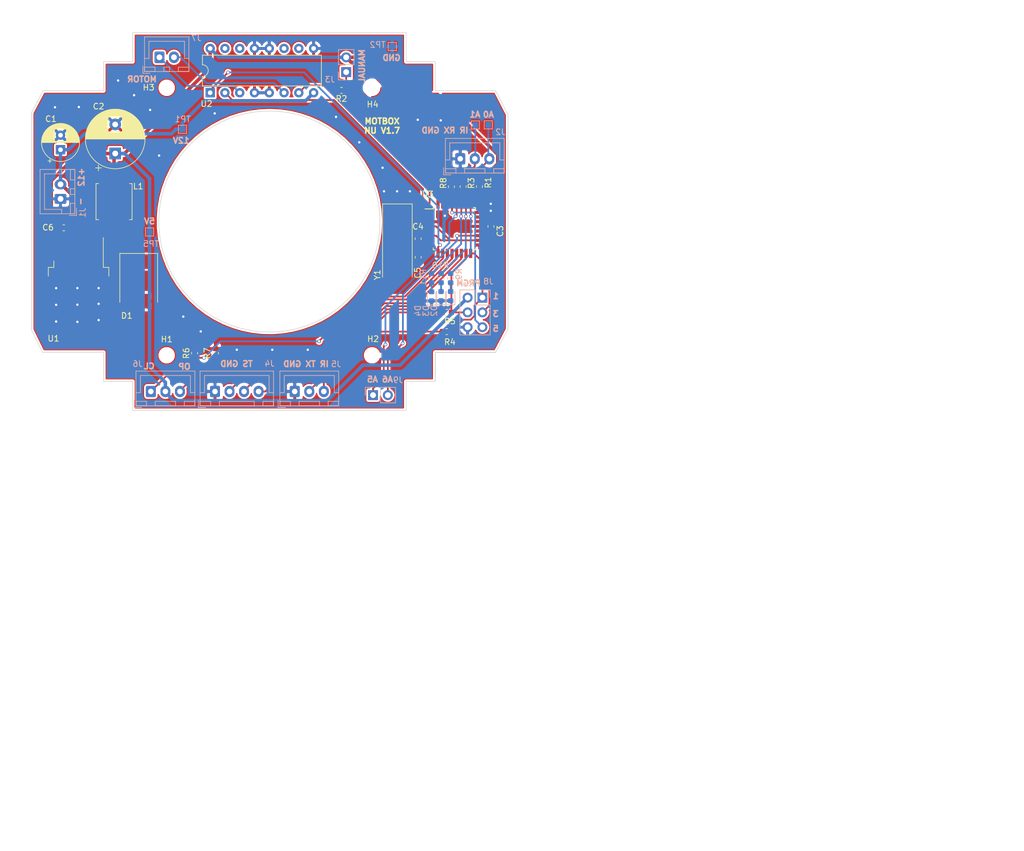
<source format=kicad_pcb>
(kicad_pcb (version 20171130) (host pcbnew 5.0.2-bee76a0~70~ubuntu18.04.1)
  (title_block (date "jeu. 02 avril 2015"))
  (layers (0 F.Cu signal) (31 B.Cu signal) (34 B.Paste user) (35 F.Paste user) (36 B.SilkS user) (37 F.SilkS user) (38 B.Mask user) (39 F.Mask user) (44 Edge.Cuts user))
  (net 0 "")
  (net 1 GND)
  (net 2 /2)
  (net 3 /4)
  (net 4 /7)
  (net 5 /8)
  (net 6 +5V)
  (net 7 +12V)
  (net 8 "Net-(D1-Pad1)")
  (net 9 /6)
  (net 10 /3)
  (net 11 "Net-(J7-Pad2)")
  (net 12 "Net-(J7-Pad1)")
  (net 13 /10)
  (net 14 /11)
  (net 15 /12)
  (net 16 /5)
  (net 17 "Net-(C3-Pad1)")
  (net 18 "Net-(C4-Pad2)")
  (net 19 "Net-(C5-Pad2)")
  (net 20 "Net-(D3-Pad2)")
  (net 21 "Net-(D4-Pad2)")
  (net 22 /A0)
  (net 23 "Net-(D2-Pad2)")
  (net 24 /A1)
  (net 25 /9)
  (net 26 "Net-(J5-Pad2)")
  (net 27 "Net-(J5-Pad3)")
  (net 28 /SCK)
  (net 29 /RESET)
  (net 30 /A6)
  (net 31 /A5)
  (net 32 /A2)
  (net 33 /A3)
  (net 34 /A4)
  (module TestPoint:TestPoint_Pad_1.0x1.0mm (layer B.Cu) (at 174.3 48.8)
    (fp_text reference TP4 hide)
    (fp_text value TestPoint)
    (pad 1 smd rect (at 0 0) (size 1 1) (layers B.Cu B.Mask) (net 24 /A1))
  )
  (module Resistor_SMD:R_0603_1608Metric (layer F.Cu) (at 151.2875 42.85 180)
    (fp_text reference R2 (at 0 -1.43 180) (layer F.SilkS))
    (fp_text value 100K)
    (pad 1 smd roundrect (at -0.7875 0 180) (size 0.875 0.95) (layers F.Cu F.Paste F.Mask) (net 2 /2))
    (pad 2 smd roundrect (at 0.7875 0 180) (size 0.875 0.95) (layers F.Cu F.Paste F.Mask) (net 1 GND))
  )
  (module Resistor_SMD:R_0603_1608Metric (layer F.Cu) (at 175 59.3875 270)
    (fp_text reference R1 (at -0.6875 -1.5 90) (layer F.SilkS))
    (fp_text value 60K)
    (pad 1 smd roundrect (at -0.7875 0 270) (size 0.875 0.95) (layers F.Cu F.Paste F.Mask) (net 6 +5V))
    (pad 2 smd roundrect (at 0.7875 0 270) (size 0.875 0.95) (layers F.Cu F.Paste F.Mask) (net 22 /A0))
  )
  (module Resistor_SMD:R_0603_1608Metric (layer F.Cu) (at 172.2 59.3875 270)
    (fp_text reference R3 (at -0.5875 -1.4 270) (layer F.SilkS))
    (fp_text value 60K)
    (pad 2 smd roundrect (at 0.7875 0 270) (size 0.875 0.95) (layers F.Cu F.Paste F.Mask) (net 24 /A1))
    (pad 1 smd roundrect (at -0.7875 0 270) (size 0.875 0.95) (layers F.Cu F.Paste F.Mask) (net 6 +5V))
  )
  (module Resistor_SMD:R_0603_1608Metric (layer F.Cu) (at 169.3925 84.328 180)
    (fp_text reference R4 (at -0.5335 -1.778 180) (layer F.SilkS))
    (fp_text value 150E)
    (pad 1 smd roundrect (at -0.7875 0 180) (size 0.875 0.95) (layers F.Cu F.Paste F.Mask) (net 15 /12))
    (pad 2 smd roundrect (at 0.7875 0 180) (size 0.875 0.95) (layers F.Cu F.Paste F.Mask) (net 27 "Net-(J5-Pad3)"))
  )
  (module Connector_JST:JST_XH_B03B-XH-A_1x03_P2.50mm_Vertical (layer B.Cu) (at 171.704 54.61)
    (fp_text reference J2 (at 6.9 -4.6) (layer B.SilkS) (effects (justify mirror)))
    (fp_text value JST_XH_3pin)
    (pad 3 thru_hole oval (at 5 0) (size 1.7 1.95) (drill 0.95) (layers *.Cu *.Mask) (net 22 /A0))
    (pad 2 thru_hole oval (at 2.5 0) (size 1.7 1.95) (drill 0.95) (layers *.Cu *.Mask) (net 24 /A1))
    (pad 1 thru_hole roundrect (at 0 0) (size 1.7 1.95) (drill 0.95) (layers *.Cu *.Mask) (roundrect_rratio 0.147059) (net 1 GND))
  )
  (module Package_QFP:TQFP-32_7x7mm_P0.8mm (layer F.Cu) (at 170.69 66.63)
    (fp_text reference U3 (at -4.574 -5.924) (layer F.SilkS))
    (fp_text value ATmega328P-AU)
    (pad 32 smd rect (at -2.8 -4.25 90) (size 1.6 0.55) (layers F.Cu F.Paste F.Mask) (net 2 /2))
    (pad 31 smd rect (at -2 -4.25 90) (size 1.6 0.55) (layers F.Cu F.Paste F.Mask))
    (pad 30 smd rect (at -1.2 -4.25 90) (size 1.6 0.55) (layers F.Cu F.Paste F.Mask))
    (pad 29 smd rect (at -0.4 -4.25 90) (size 1.6 0.55) (layers F.Cu F.Paste F.Mask) (net 29 /RESET))
    (pad 28 smd rect (at 0.4 -4.25 90) (size 1.6 0.55) (layers F.Cu F.Paste F.Mask) (net 31 /A5))
    (pad 27 smd rect (at 1.2 -4.25 90) (size 1.6 0.55) (layers F.Cu F.Paste F.Mask) (net 34 /A4))
    (pad 26 smd rect (at 2 -4.25 90) (size 1.6 0.55) (layers F.Cu F.Paste F.Mask) (net 33 /A3))
    (pad 25 smd rect (at 2.8 -4.25 90) (size 1.6 0.55) (layers F.Cu F.Paste F.Mask) (net 32 /A2))
    (pad 24 smd rect (at 4.25 -2.8) (size 1.6 0.55) (layers F.Cu F.Paste F.Mask) (net 24 /A1))
    (pad 23 smd rect (at 4.25 -2) (size 1.6 0.55) (layers F.Cu F.Paste F.Mask) (net 22 /A0))
    (pad 22 smd rect (at 4.25 -1.2) (size 1.6 0.55) (layers F.Cu F.Paste F.Mask))
    (pad 21 smd rect (at 4.25 -0.4) (size 1.6 0.55) (layers F.Cu F.Paste F.Mask) (net 1 GND))
    (pad 20 smd rect (at 4.25 0.4) (size 1.6 0.55) (layers F.Cu F.Paste F.Mask) (net 17 "Net-(C3-Pad1)"))
    (pad 19 smd rect (at 4.25 1.2) (size 1.6 0.55) (layers F.Cu F.Paste F.Mask) (net 30 /A6))
    (pad 18 smd rect (at 4.25 2) (size 1.6 0.55) (layers F.Cu F.Paste F.Mask) (net 6 +5V))
    (pad 17 smd rect (at 4.25 2.8) (size 1.6 0.55) (layers F.Cu F.Paste F.Mask) (net 28 /SCK))
    (pad 16 smd rect (at 2.8 4.25 90) (size 1.6 0.55) (layers F.Cu F.Paste F.Mask) (net 15 /12))
    (pad 15 smd rect (at 2 4.25 90) (size 1.6 0.55) (layers F.Cu F.Paste F.Mask) (net 14 /11))
    (pad 14 smd rect (at 1.2 4.25 90) (size 1.6 0.55) (layers F.Cu F.Paste F.Mask) (net 13 /10))
    (pad 13 smd rect (at 0.4 4.25 90) (size 1.6 0.55) (layers F.Cu F.Paste F.Mask) (net 25 /9))
    (pad 12 smd rect (at -0.4 4.25 90) (size 1.6 0.55) (layers F.Cu F.Paste F.Mask) (net 5 /8))
    (pad 11 smd rect (at -1.2 4.25 90) (size 1.6 0.55) (layers F.Cu F.Paste F.Mask) (net 4 /7))
    (pad 10 smd rect (at -2 4.25 90) (size 1.6 0.55) (layers F.Cu F.Paste F.Mask) (net 9 /6))
    (pad 9 smd rect (at -2.8 4.25 90) (size 1.6 0.55) (layers F.Cu F.Paste F.Mask) (net 16 /5))
    (pad 8 smd rect (at -4.25 2.8) (size 1.6 0.55) (layers F.Cu F.Paste F.Mask) (net 19 "Net-(C5-Pad2)"))
    (pad 7 smd rect (at -4.25 2) (size 1.6 0.55) (layers F.Cu F.Paste F.Mask) (net 18 "Net-(C4-Pad2)"))
    (pad 6 smd rect (at -4.25 1.2) (size 1.6 0.55) (layers F.Cu F.Paste F.Mask) (net 6 +5V))
    (pad 5 smd rect (at -4.25 0.4) (size 1.6 0.55) (layers F.Cu F.Paste F.Mask) (net 1 GND))
    (pad 4 smd rect (at -4.25 -0.4) (size 1.6 0.55) (layers F.Cu F.Paste F.Mask) (net 6 +5V))
    (pad 3 smd rect (at -4.25 -1.2) (size 1.6 0.55) (layers F.Cu F.Paste F.Mask) (net 1 GND))
    (pad 2 smd rect (at -4.25 -2) (size 1.6 0.55) (layers F.Cu F.Paste F.Mask) (net 3 /4))
    (pad 1 smd rect (at -4.25 -2.8) (size 1.6 0.55) (layers F.Cu F.Paste F.Mask) (net 10 /3))
  )
  (module Resistor_SMD:R_0603_1608Metric (layer F.Cu) (at 170.18 59.4105 270)
    (fp_text reference R8 (at -0.6105 1.38 270) (layer F.SilkS))
    (fp_text value 10K)
    (pad 1 smd roundrect (at -0.7875 0 270) (size 0.875 0.95) (layers F.Cu F.Paste F.Mask) (net 6 +5V))
    (pad 2 smd roundrect (at 0.7875 0 270) (size 0.875 0.95) (layers F.Cu F.Paste F.Mask) (net 29 /RESET))
  )
  (module Connector_JST:JST_XH_B04B-XH-A_1x04_P2.50mm_Vertical (layer B.Cu) (at 129.55 94.625)
    (fp_text reference J4 (at 9.375 -4.8) (layer B.SilkS) (effects (justify mirror)))
    (fp_text value JST_XH_4pin)
    (pad 4 thru_hole oval (at 7.5 0) (size 1.7 1.95) (drill 0.95) (layers *.Cu *.Mask) (net 13 /10))
    (pad 3 thru_hole oval (at 5 0) (size 1.7 1.95) (drill 0.95) (layers *.Cu *.Mask) (net 25 /9))
    (pad 2 thru_hole oval (at 2.5 0) (size 1.7 1.95) (drill 0.95) (layers *.Cu *.Mask) (net 5 /8))
    (pad 1 thru_hole roundrect (at 0 0) (size 1.7 1.95) (drill 0.95) (layers *.Cu *.Mask) (roundrect_rratio 0.147059) (net 1 GND))
  )
  (module Connector_JST:JST_XH_B02B-XH-A_1x02_P2.50mm_Vertical (layer B.Cu) (at 120 37.15)
    (fp_text reference J7 (at 6.35 -3.3) (layer B.SilkS) (effects (justify mirror)))
    (fp_text value JST_XH_2pin)
    (pad 1 thru_hole roundrect (at 0 0) (size 1.7 2) (drill 1) (layers *.Cu *.Mask) (roundrect_rratio 0.147059) (net 12 "Net-(J7-Pad1)"))
    (pad 2 thru_hole oval (at 2.5 0) (size 1.7 2) (drill 1) (layers *.Cu *.Mask) (net 11 "Net-(J7-Pad2)"))
  )
  (module Connector_JST:JST_XH_B02B-XH-A_1x02_P2.50mm_Vertical (layer B.Cu) (at 103 61.5 90)
    (fp_text reference J1 (at -2.375 3.8 90) (layer B.SilkS) (effects (justify mirror)))
    (fp_text value JST_XH_2pin)
    (pad 1 thru_hole roundrect (at 0 0 90) (size 1.7 2) (drill 1) (layers *.Cu *.Mask) (roundrect_rratio 0.147059) (net 1 GND))
    (pad 2 thru_hole oval (at 2.5 0 90) (size 1.7 2) (drill 1) (layers *.Cu *.Mask) (net 7 +12V))
  )
  (module Package_DIP:DIP-16_W7.62mm (layer F.Cu) (at 128.72 43.25 90)
    (fp_text reference U2 (at -1.9 -0.62 180) (layer F.SilkS))
    (fp_text value L293D)
    (pad 1 thru_hole rect (at 0 0 90) (size 1.6 1.6) (drill 0.8) (layers *.Cu *.Mask) (net 16 /5))
    (pad 9 thru_hole oval (at 7.62 17.78 90) (size 1.6 1.6) (drill 0.8) (layers *.Cu *.Mask) (net 1 GND))
    (pad 2 thru_hole oval (at 0 2.54 90) (size 1.6 1.6) (drill 0.8) (layers *.Cu *.Mask) (net 3 /4))
    (pad 10 thru_hole oval (at 7.62 15.24 90) (size 1.6 1.6) (drill 0.8) (layers *.Cu *.Mask))
    (pad 3 thru_hole oval (at 0 5.08 90) (size 1.6 1.6) (drill 0.8) (layers *.Cu *.Mask) (net 12 "Net-(J7-Pad1)"))
    (pad 11 thru_hole oval (at 7.62 12.7 90) (size 1.6 1.6) (drill 0.8) (layers *.Cu *.Mask))
    (pad 4 thru_hole oval (at 0 7.62 90) (size 1.6 1.6) (drill 0.8) (layers *.Cu *.Mask) (net 1 GND))
    (pad 12 thru_hole oval (at 7.62 10.16 90) (size 1.6 1.6) (drill 0.8) (layers *.Cu *.Mask) (net 1 GND))
    (pad 5 thru_hole oval (at 0 10.16 90) (size 1.6 1.6) (drill 0.8) (layers *.Cu *.Mask) (net 1 GND))
    (pad 13 thru_hole oval (at 7.62 7.62 90) (size 1.6 1.6) (drill 0.8) (layers *.Cu *.Mask) (net 1 GND))
    (pad 6 thru_hole oval (at 0 12.7 90) (size 1.6 1.6) (drill 0.8) (layers *.Cu *.Mask) (net 11 "Net-(J7-Pad2)"))
    (pad 14 thru_hole oval (at 7.62 5.08 90) (size 1.6 1.6) (drill 0.8) (layers *.Cu *.Mask))
    (pad 7 thru_hole oval (at 0 15.24 90) (size 1.6 1.6) (drill 0.8) (layers *.Cu *.Mask) (net 10 /3))
    (pad 15 thru_hole oval (at 7.62 2.54 90) (size 1.6 1.6) (drill 0.8) (layers *.Cu *.Mask))
    (pad 8 thru_hole oval (at 0 17.78 90) (size 1.6 1.6) (drill 0.8) (layers *.Cu *.Mask) (net 7 +12V))
    (pad 16 thru_hole oval (at 7.62 0 90) (size 1.6 1.6) (drill 0.8) (layers *.Cu *.Mask) (net 6 +5V))
  )
  (module Package_TO_SOT_SMD:TO-263-5_TabPin3 (layer F.Cu) (at 106.1 76.235 270)
    (fp_text reference U1 (at 9.275 4.3) (layer F.SilkS))
    (fp_text value LM2576R-5.0)
    (pad 1 smd rect (at -5.775 -3.4 270) (size 4.6 1.1) (layers F.Cu F.Paste F.Mask) (net 7 +12V))
    (pad 2 smd rect (at -5.775 -1.7 270) (size 4.6 1.1) (layers F.Cu F.Paste F.Mask) (net 8 "Net-(D1-Pad1)"))
    (pad 3 smd rect (at -5.775 0 270) (size 4.6 1.1) (layers F.Cu F.Paste F.Mask) (net 1 GND))
    (pad 4 smd rect (at -5.775 1.7 270) (size 4.6 1.1) (layers F.Cu F.Paste F.Mask) (net 6 +5V))
    (pad 5 smd rect (at -5.775 3.4 270) (size 4.6 1.1) (layers F.Cu F.Paste F.Mask) (net 1 GND))
    (pad 3 smd rect (at 3.375 0 270) (size 9.4 10.8) (layers F.Cu F.Mask) (net 1 GND))
  )
  (module Inductor_SMD:L_Bourns_SRN6045TA (layer F.Cu) (at 112.2 61.975 90)
    (fp_text reference L1 (at 2.625 4.15 180) (layer F.SilkS))
    (fp_text value SRN6045-101M)
    (pad 1 smd rect (at -2.075 0 90) (size 2.35 5.1) (layers F.Cu F.Paste F.Mask) (net 8 "Net-(D1-Pad1)"))
    (pad 2 smd rect (at 2.075 0 90) (size 2.35 5.1) (layers F.Cu F.Paste F.Mask) (net 6 +5V))
  )
  (module Capacitor_THT:CP_Radial_D6.3mm_P2.50mm (layer F.Cu) (at 103 53.05 90)
    (fp_text reference C1 (at 5.3 -1.65 180) (layer F.SilkS))
    (fp_text value 100uF,25V)
    (pad 1 thru_hole rect (at 0 0 90) (size 1.6 1.6) (drill 0.8) (layers *.Cu *.Mask) (net 7 +12V))
    (pad 2 thru_hole circle (at 2.5 0 90) (size 1.6 1.6) (drill 0.8) (layers *.Cu *.Mask) (net 1 GND))
  )
  (module Capacitor_THT:CP_Radial_D10.0mm_P5.00mm (layer F.Cu) (at 112.4 53.7 90)
    (fp_text reference C2 (at 8.1 -2.85 180) (layer F.SilkS))
    (fp_text value 1000uF,16V)
    (pad 1 thru_hole rect (at 0 0 90) (size 2 2) (drill 1) (layers *.Cu *.Mask) (net 6 +5V))
    (pad 2 thru_hole circle (at 5 0 90) (size 2 2) (drill 1) (layers *.Cu *.Mask) (net 1 GND))
  )
  (module Diode_SMD:D_SMC (layer F.Cu) (at 116.44 75.69 270)
    (fp_text reference D1 (at 5.9 2.05) (layer F.SilkS))
    (fp_text value SS34)
    (pad 1 smd rect (at -3.4 0) (size 3.3 2.5) (layers F.Cu F.Paste F.Mask) (net 8 "Net-(D1-Pad1)"))
    (pad 2 smd rect (at 3.4 0) (size 3.3 2.5) (layers F.Cu F.Paste F.Mask) (net 1 GND))
  )
  (module Connector_JST:JST_XH_B03B-XH-A_1x03_P2.50mm_Vertical (layer B.Cu) (at 118.525 94.625)
    (fp_text reference J6 (at -2.275 -4.75) (layer B.SilkS) (effects (justify mirror)))
    (fp_text value JST_XH_3pin)
    (pad 1 thru_hole roundrect (at 0 0) (size 1.7 1.95) (drill 0.95) (layers *.Cu *.Mask) (roundrect_rratio 0.147059) (net 9 /6))
    (pad 2 thru_hole oval (at 2.5 0) (size 1.7 1.95) (drill 0.95) (layers *.Cu *.Mask) (net 6 +5V))
    (pad 3 thru_hole oval (at 5 0) (size 1.7 1.95) (drill 0.95) (layers *.Cu *.Mask) (net 4 /7))
  )
  (module MountingHole:MountingHole_2.2mm_M2_ISO7380 (layer F.Cu) (at 121.25 88.4)
    (fp_text reference H1 (at 0 -2.75) (layer F.SilkS))
    (fp_text value MountingHole)
    (pad 1 np_thru_hole circle (at 0 0) (size 2.2 2.2) (drill 2.2) (layers *.Cu *.Mask))
  )
  (module MountingHole:MountingHole_2.2mm_M2_ISO7380 (layer F.Cu) (at 156.55 88.4)
    (fp_text reference H2 (at 0.168 -2.802) (layer F.SilkS))
    (fp_text value MountingHole)
    (pad 1 np_thru_hole circle (at 0 0) (size 2.2 2.2) (drill 2.2) (layers *.Cu *.Mask))
  )
  (module MountingHole:MountingHole_2.2mm_M2_ISO7380 (layer F.Cu) (at 121.25 42.4)
    (fp_text reference H3 (at -3.1 -0.05) (layer F.SilkS))
    (fp_text value MountingHole)
    (pad 1 np_thru_hole circle (at 0 0) (size 2.2 2.2) (drill 2.2) (layers *.Cu *.Mask))
  )
  (module MountingHole:MountingHole_2.2mm_M2_ISO7380 (layer F.Cu) (at 156.55 42.4)
    (fp_text reference H4 (at 0.1 2.85) (layer F.SilkS))
    (fp_text value MountingHole)
    (pad 1 np_thru_hole circle (at 0 0) (size 2.2 2.2) (drill 2.2) (layers *.Cu *.Mask))
  )
  (module Capacitor_SMD:C_0603_1608Metric (layer F.Cu) (at 176.98 66.24 90)
    (fp_text reference C3 (at -0.816 1.582 90) (layer F.SilkS))
    (fp_text value 0.1uF)
    (pad 2 smd roundrect (at 0.7875 0 90) (size 0.875 0.95) (layers F.Cu F.Paste F.Mask) (net 1 GND))
    (pad 1 smd roundrect (at -0.7875 0 90) (size 0.875 0.95) (layers F.Cu F.Paste F.Mask) (net 17 "Net-(C3-Pad1)"))
  )
  (module Capacitor_SMD:C_0603_1608Metric (layer F.Cu) (at 164.47 68.3605 270)
    (fp_text reference C4 (at -2.1025 0.02) (layer F.SilkS))
    (fp_text value 22pF)
    (pad 1 smd roundrect (at -0.7875 0 270) (size 0.875 0.95) (layers F.Cu F.Paste F.Mask) (net 1 GND))
    (pad 2 smd roundrect (at 0.7875 0 270) (size 0.875 0.95) (layers F.Cu F.Paste F.Mask) (net 18 "Net-(C4-Pad2)"))
  )
  (module Capacitor_SMD:C_0603_1608Metric (layer F.Cu) (at 164.48 71.5355 90)
    (fp_text reference C5 (at -2.6895 -0.105 90) (layer F.SilkS))
    (fp_text value 22pF)
    (pad 2 smd roundrect (at 0.7875 0 90) (size 0.875 0.95) (layers F.Cu F.Paste F.Mask) (net 19 "Net-(C5-Pad2)"))
    (pad 1 smd roundrect (at -0.7875 0 90) (size 0.875 0.95) (layers F.Cu F.Paste F.Mask) (net 1 GND))
  )
  (module Capacitor_SMD:C_0603_1608Metric (layer F.Cu) (at 103.5625 66.48)
    (fp_text reference C6 (at -2.7025 -0.06) (layer F.SilkS))
    (fp_text value 0.1uF)
    (pad 1 smd roundrect (at -0.7875 0) (size 0.875 0.95) (layers F.Cu F.Paste F.Mask) (net 1 GND))
    (pad 2 smd roundrect (at 0.7875 0) (size 0.875 0.95) (layers F.Cu F.Paste F.Mask) (net 6 +5V))
  )
  (module Connector_PinHeader_2.54mm:PinHeader_1x02_P2.54mm_Vertical (layer B.Cu) (at 152.1 39.7)
    (fp_text reference J3 (at -2.794 1.27) (layer B.SilkS) (effects (justify mirror)))
    (fp_text value Conn_01x02)
    (pad 1 thru_hole rect (at 0 0) (size 1.7 1.7) (drill 1) (layers *.Cu *.Mask) (net 2 /2))
    (pad 2 thru_hole oval (at 0 -2.54) (size 1.7 1.7) (drill 1) (layers *.Cu *.Mask) (net 6 +5V))
  )
  (module Connector_PinHeader_2.54mm:PinHeader_1x02_P2.54mm_Vertical (layer B.Cu) (at 156.718 95.25 270)
    (fp_text reference J9 (at -2.6 -4.307) (layer B.SilkS) (effects (justify mirror)))
    (fp_text value Conn_01x02)
    (pad 2 thru_hole oval (at 0 -2.54 270) (size 1.7 1.7) (drill 1) (layers *.Cu *.Mask) (net 30 /A6))
    (pad 1 thru_hole rect (at 0 0 270) (size 1.7 1.7) (drill 1) (layers *.Cu *.Mask) (net 31 /A5))
  )
  (module Resistor_SMD:R_0603_1608Metric (layer F.Cu) (at 126.05 88.0375 90)
    (fp_text reference R6 (at 0 -1.43 90) (layer F.SilkS))
    (fp_text value 100K)
    (pad 2 smd roundrect (at 0.7875 0 90) (size 0.875 0.95) (layers F.Cu F.Paste F.Mask) (net 1 GND))
    (pad 1 smd roundrect (at -0.7875 0 90) (size 0.875 0.95) (layers F.Cu F.Paste F.Mask) (net 9 /6))
  )
  (module Resistor_SMD:R_0603_1608Metric (layer F.Cu) (at 129.625 88.0375 90)
    (fp_text reference R7 (at 0 -1.43 90) (layer F.SilkS))
    (fp_text value 100K)
    (pad 1 smd roundrect (at -0.7875 0 90) (size 0.875 0.95) (layers F.Cu F.Paste F.Mask) (net 4 /7))
    (pad 2 smd roundrect (at 0.7875 0 90) (size 0.875 0.95) (layers F.Cu F.Paste F.Mask) (net 1 GND))
  )
  (module Resistor_SMD:R_0603_1608Metric (layer B.Cu) (at 170.052 75.128 90)
    (fp_text reference R9 (at 0.698 1.428 90) (layer B.SilkS) (effects (justify mirror)))
    (fp_text value 150E)
    (pad 1 smd roundrect (at -0.7875 0 90) (size 0.875 0.95) (layers B.Cu B.Paste B.Mask) (net 23 "Net-(D2-Pad2)"))
    (pad 2 smd roundrect (at 0.7875 0 90) (size 0.875 0.95) (layers B.Cu B.Paste B.Mask) (net 32 /A2))
  )
  (module Resistor_SMD:R_0603_1608Metric (layer B.Cu) (at 168.4095 75.128 90)
    (fp_text reference R10 (at 2.228 -0.1095) (layer B.SilkS) (effects (justify mirror)))
    (fp_text value 150E)
    (pad 2 smd roundrect (at 0.7875 0 90) (size 0.875 0.95) (layers B.Cu B.Paste B.Mask) (net 33 /A3))
    (pad 1 smd roundrect (at -0.7875 0 90) (size 0.875 0.95) (layers B.Cu B.Paste B.Mask) (net 20 "Net-(D3-Pad2)"))
  )
  (module Resistor_SMD:R_0603_1608Metric (layer B.Cu) (at 166.767 75.128 90)
    (fp_text reference R11 (at 0.128 -1.427 90) (layer B.SilkS) (effects (justify mirror)))
    (fp_text value 150E)
    (pad 1 smd roundrect (at -0.7875 0 90) (size 0.875 0.95) (layers B.Cu B.Paste B.Mask) (net 21 "Net-(D4-Pad2)"))
    (pad 2 smd roundrect (at 0.7875 0 90) (size 0.875 0.95) (layers B.Cu B.Paste B.Mask) (net 34 /A4))
  )
  (module Crystal:Crystal_SMD_HC49-SD (layer F.Cu) (at 160.9 69.078 270)
    (fp_text reference Y1 (at 5.48 3.44 270) (layer F.SilkS))
    (fp_text value ABLS-16.000MHZ-B4-T)
    (pad 1 smd rect (at -4.25 0 270) (size 4.5 2) (layers F.Cu F.Paste F.Mask) (net 18 "Net-(C4-Pad2)"))
    (pad 2 smd rect (at 4.25 0 270) (size 4.5 2) (layers F.Cu F.Paste F.Mask) (net 19 "Net-(C5-Pad2)"))
  )
  (module TestPoint:TestPoint_Pad_1.0x1.0mm (layer B.Cu) (at 123.952 49.53)
    (fp_text reference TP1 (at 0.048 -1.73) (layer B.SilkS) (effects (justify mirror)))
    (fp_text value TestPoint)
    (pad 1 smd rect (at 0 0) (size 1 1) (layers B.Cu B.Mask) (net 7 +12V))
  )
  (module TestPoint:TestPoint_Pad_1.0x1.0mm (layer B.Cu) (at 160.02 35.306)
    (fp_text reference TP2 (at -2.52 -0.306) (layer B.SilkS) (effects (justify mirror)))
    (fp_text value TestPoint)
    (pad 1 smd rect (at 0 0) (size 1 1) (layers B.Cu B.Mask) (net 1 GND))
  )
  (module TestPoint:TestPoint_Pad_1.0x1.0mm (layer B.Cu) (at 176.53 48.768)
    (fp_text reference TP3 hide)
    (fp_text value TestPoint)
    (pad 1 smd rect (at 0 0) (size 1 1) (layers B.Cu B.Mask) (net 22 /A0))
  )
  (module TestPoint:TestPoint_Pad_1.0x1.0mm (layer B.Cu) (at 118.3 67.2)
    (fp_text reference TP5 (at 0.254 2.032) (layer B.SilkS) (effects (justify mirror)))
    (fp_text value TestPoint)
    (pad 1 smd rect (at 0 0) (size 1 1) (layers B.Cu B.Mask) (net 6 +5V))
  )
  (module Connector_JST:JST_XH_B03B-XH-A_1x03_P2.50mm_Vertical (layer B.Cu) (at 143.256 94.625)
    (fp_text reference J5 (at 7.112 -4.709) (layer B.SilkS) (effects (justify mirror)))
    (fp_text value JST_XH_3pin)
    (pad 1 thru_hole roundrect (at 0 0) (size 1.7 1.95) (drill 0.95) (layers *.Cu *.Mask) (roundrect_rratio 0.147059) (net 1 GND))
    (pad 2 thru_hole oval (at 2.5 0) (size 1.7 1.95) (drill 0.95) (layers *.Cu *.Mask) (net 26 "Net-(J5-Pad2)"))
    (pad 3 thru_hole oval (at 5 0) (size 1.7 1.95) (drill 0.95) (layers *.Cu *.Mask) (net 27 "Net-(J5-Pad3)"))
  )
  (module Connector_PinHeader_2.54mm:PinHeader_2x03_P2.54mm_Vertical (layer B.Cu) (at 175.514 78.486 180)
    (fp_text reference J8 (at -1.016 2.794 180) (layer B.SilkS) (effects (justify mirror)))
    (fp_text value Conn_02x03_Odd_Even)
    (pad 1 thru_hole rect (at 0 0 180) (size 1.7 1.7) (drill 1) (layers *.Cu *.Mask) (net 15 /12))
    (pad 2 thru_hole oval (at 2.54 0 180) (size 1.7 1.7) (drill 1) (layers *.Cu *.Mask) (net 6 +5V))
    (pad 3 thru_hole oval (at 0 -2.54 180) (size 1.7 1.7) (drill 1) (layers *.Cu *.Mask) (net 28 /SCK))
    (pad 4 thru_hole oval (at 2.54 -2.54 180) (size 1.7 1.7) (drill 1) (layers *.Cu *.Mask) (net 14 /11))
    (pad 5 thru_hole oval (at 0 -5.08 180) (size 1.7 1.7) (drill 1) (layers *.Cu *.Mask) (net 29 /RESET))
    (pad 6 thru_hole oval (at 2.54 -5.08 180) (size 1.7 1.7) (drill 1) (layers *.Cu *.Mask) (net 1 GND))
  )
  (module Resistor_SMD:R_0603_1608Metric (layer F.Cu) (at 169.3925 81.026 180)
    (fp_text reference R5 (at -0.5335 -1.524 180) (layer F.SilkS))
    (fp_text value 150E)
    (pad 1 smd roundrect (at -0.7875 0 180) (size 0.875 0.95) (layers F.Cu F.Paste F.Mask) (net 14 /11))
    (pad 2 smd roundrect (at 0.7875 0 180) (size 0.875 0.95) (layers F.Cu F.Paste F.Mask) (net 26 "Net-(J5-Pad2)"))
  )
  (module LED_SMD:LED_0603_1608Metric (layer B.Cu) (at 170.052 78.228 90)
    (fp_text reference D2 (at -2.522 -2.852 90) (layer B.SilkS) (effects (justify mirror)))
    (fp_text value LED_RED)
    (pad 2 smd roundrect (at 0.7875 0 90) (size 0.875 0.95) (layers B.Cu B.Paste B.Mask) (net 23 "Net-(D2-Pad2)"))
    (pad 1 smd roundrect (at -0.7875 0 90) (size 0.875 0.95) (layers B.Cu B.Paste B.Mask) (net 1 GND))
  )
  (module LED_SMD:LED_0603_1608Metric (layer B.Cu) (at 168.4095 78.228 90)
    (fp_text reference D3 (at -2.522 -2.5845 90) (layer B.SilkS) (effects (justify mirror)))
    (fp_text value LED_BLUE)
    (pad 1 smd roundrect (at -0.7875 0 90) (size 0.875 0.95) (layers B.Cu B.Paste B.Mask) (net 1 GND))
    (pad 2 smd roundrect (at 0.7875 0 90) (size 0.875 0.95) (layers B.Cu B.Paste B.Mask) (net 20 "Net-(D3-Pad2)"))
  )
  (module LED_SMD:LED_0603_1608Metric (layer B.Cu) (at 166.767 78.258 90)
    (fp_text reference D4 (at -2.492 -2.342 90) (layer B.SilkS) (effects (justify mirror)))
    (fp_text value LED_GREEN)
    (pad 1 smd roundrect (at -0.7875 0 90) (size 0.875 0.95) (layers B.Cu B.Paste B.Mask) (net 1 GND))
    (pad 2 smd roundrect (at 0.7875 0 90) (size 0.875 0.95) (layers B.Cu B.Paste B.Mask) (net 21 "Net-(D4-Pad2)"))
  )
  (gr_text CL (at 118.24 90.27) (layer B.SilkS) (effects (font (size 1 1) (thickness 0.25)) (justify mirror)))
  (gr_text "MOTBOX\nNU V1.7" (at 158.275 48.95) (layer F.SilkS) (effects (font (size 1 1) (thickness 0.25))))
  (gr_text A1 (at 174.225 46.975) (layer B.SilkS) (effects (font (size 1 1) (thickness 0.25)) (justify mirror)))
  (gr_text 5V (at 118.3 65.35) (layer B.SilkS) (effects (font (size 1 1) (thickness 0.25)) (justify mirror)))
  (gr_text 12V (at 123.725 51.475) (layer B.SilkS) (effects (font (size 1 1) (thickness 0.25)) (justify mirror)))
  (gr_text 5 (at 177.8 83.82) (layer B.SilkS) (effects (font (size 1 1) (thickness 0.25)) (justify mirror)))
  (gr_text 3 (at 177.8 81.28) (layer B.SilkS) (effects (font (size 1 1) (thickness 0.25)) (justify mirror)))
  (gr_text 1 (at 177.8 78.232) (layer B.SilkS) (effects (font (size 1 1) (thickness 0.25)) (justify mirror)))
  (gr_text A0 (at 176.55 47) (layer B.SilkS) (effects (font (size 1 1) (thickness 0.25)) (justify mirror)))
  (gr_text MOTOR (at 117 40.925) (layer B.SilkS) (effects (font (size 1 1) (thickness 0.25)) (justify mirror)))
  (gr_text GND (at 159.9 37.25) (layer B.SilkS) (effects (font (size 1 1) (thickness 0.25)) (justify mirror)))
  (gr_text "A6 A5" (at 157.9 92.55) (layer B.SilkS) (effects (font (size 1 1) (thickness 0.25)) (justify mirror)))
  (gr_text PRGM (at 173.125 76) (layer B.SilkS) (effects (font (size 1 1) (thickness 0.25)) (justify mirror)))
  (gr_text MANUAL (at 154.8 38.675 90) (layer B.SilkS) (effects (font (size 1 1) (thickness 0.25)) (justify mirror)))
  (gr_text "IR RX GND" (at 169.075 49.725) (layer B.SilkS) (effects (font (size 1 1) (thickness 0.25)) (justify mirror)))
  (gr_text "IR TX GND" (at 145.19 89.9) (layer B.SilkS) (effects (font (size 1 1) (thickness 0.25)) (justify mirror)))
  (gr_text "TS GND" (at 133.25 89.87) (layer B.SilkS) (effects (font (size 1 1) (thickness 0.25)) (justify mirror)))
  (gr_text OP (at 124.29 90.35) (layer B.SilkS) (effects (font (size 1 1) (thickness 0.25)) (justify mirror)))
  (gr_text - (at 106.425 61.95 90) (layer B.SilkS) (effects (font (size 1 1) (thickness 0.25)) (justify mirror)))
  (gr_text +12 (at 106.575 57.775 90) (layer B.SilkS) (effects (font (size 1 1) (thickness 0.25)) (justify mirror)))
  (gr_line (start 179.9 83.9) (end 177.8 87.9) (layer Edge.Cuts) (width 0.1))
  (gr_line (start 98 84) (end 99.9 87.9) (layer Edge.Cuts) (width 0.1))
  (gr_line (start 100 42.9) (end 98 46.7) (layer Edge.Cuts) (width 0.1))
  (gr_line (start 177.8 42.9) (end 179.9 47) (layer Edge.Cuts) (width 0.1))
  (gr_line (start 115.4 92.9) (end 115.4 97.9) (layer Edge.Cuts) (width 0.1))
  (gr_line (start 110.4 92.9) (end 115.4 92.9) (layer Edge.Cuts) (width 0.1))
  (gr_line (start 110.4 87.9) (end 110.4 92.9) (layer Edge.Cuts) (width 0.1))
  (gr_line (start 99.9 87.9) (end 110.4 87.9) (layer Edge.Cuts) (width 0.1))
  (gr_line (start 162.4 97.9) (end 115.4 97.9) (layer Edge.Cuts) (width 0.1))
  (gr_line (start 162.4 92.9) (end 162.4 97.9) (layer Edge.Cuts) (width 0.1))
  (gr_line (start 167.4 92.9) (end 162.4 92.9) (layer Edge.Cuts) (width 0.1))
  (gr_line (start 167.4 87.9) (end 167.4 92.9) (layer Edge.Cuts) (width 0.15))
  (gr_line (start 167.4 87.9) (end 177.8 87.9) (layer Edge.Cuts) (width 0.15))
  (gr_line (start 167.4 42.9) (end 177.8 42.9) (layer Edge.Cuts) (width 0.1))
  (gr_line (start 167.4 37.9) (end 167.4 42.9) (layer Edge.Cuts) (width 0.1))
  (gr_line (start 110.4 42.9) (end 100 42.9) (layer Edge.Cuts) (width 0.1))
  (gr_line (start 110.4 37.9) (end 110.4 42.9) (layer Edge.Cuts) (width 0.1))
  (gr_line (start 179.9 83.9) (end 179.9 47) (layer Edge.Cuts) (width 0.1))
  (gr_line (start 98 84) (end 98 46.7) (layer Edge.Cuts) (width 0.1))
  (gr_line (start 162.4 37.9) (end 167.4 37.9) (layer Edge.Cuts) (width 0.1))
  (gr_line (start 162.4 32.9) (end 162.4 37.9) (layer Edge.Cuts) (width 0.1))
  (gr_line (start 115.4 32.9) (end 162.4 32.9) (layer Edge.Cuts) (width 0.1))
  (gr_line (start 115.4 33) (end 115.4 32.9) (layer Edge.Cuts) (width 0.1))
  (gr_line (start 115.4 37.9) (end 115.4 33) (layer Edge.Cuts) (width 0.1))
  (gr_line (start 110.4 37.9) (end 115.4 37.9) (layer Edge.Cuts) (width 0.1))
  (gr_circle (center 138.9 65.4) (end 157.9 65.5) (layer Edge.Cuts) (width 0.1))
  (via (at 102.25 82.6) (size 0.6) (drill 0.4) (layers F.Cu B.Cu) (net 1))
  (via (at 105.9 82.65) (size 0.6) (drill 0.4) (layers F.Cu B.Cu) (net 1))
  (via (at 109.55 82.35) (size 0.6) (drill 0.4) (layers F.Cu B.Cu) (net 1))
  (via (at 109.55 79.55) (size 0.6) (drill 0.4) (layers F.Cu B.Cu) (net 1))
  (via (at 105.9 79.7) (size 0.6) (drill 0.4) (layers F.Cu B.Cu) (net 1))
  (via (at 102.25 79.725) (size 0.6) (drill 0.4) (layers F.Cu B.Cu) (net 1))
  (via (at 109.55 76.85) (size 0.6) (drill 0.4) (layers F.Cu B.Cu) (net 1))
  (via (at 105.9 76.85) (size 0.6) (drill 0.4) (layers F.Cu B.Cu) (net 1))
  (via (at 102.25 76.85) (size 0.6) (drill 0.4) (layers F.Cu B.Cu) (net 1))
  (segment (start 165.013 67.03) (end 164.47 67.573) (width 0.3) (layer F.Cu) (net 1))
  (segment (start 166.44 67.03) (end 165.013 67.03) (width 0.3) (layer F.Cu) (net 1))
  (segment (start 176.2025 66.23) (end 176.98 65.4525) (width 0.3) (layer F.Cu) (net 1))
  (segment (start 174.94 66.23) (end 176.2025 66.23) (width 0.3) (layer F.Cu) (net 1))
  (via (at 176.95 63.55) (size 0.6) (drill 0.4) (layers F.Cu B.Cu) (net 1))
  (via (at 176.95 62.35) (size 0.6) (drill 0.4) (layers F.Cu B.Cu) (net 1))
  (segment (start 173.84 66.23) (end 174.94 66.23) (width 0.3) (layer F.Cu) (net 1))
  (segment (start 169.426494 65.43) (end 170.226494 66.23) (width 0.3) (layer F.Cu) (net 1))
  (segment (start 170.226494 66.23) (end 173.84 66.23) (width 0.3) (layer F.Cu) (net 1))
  (segment (start 166.44 65.43) (end 169.426494 65.43) (width 0.3) (layer F.Cu) (net 1))
  (segment (start 164.47 67.0355) (end 164.47 67.573) (width 0.3) (layer F.Cu) (net 1))
  (segment (start 164.47 66.3) (end 164.47 67.0355) (width 0.3) (layer F.Cu) (net 1))
  (segment (start 165.34 65.43) (end 164.47 66.3) (width 0.3) (layer F.Cu) (net 1))
  (segment (start 166.44 65.43) (end 165.34 65.43) (width 0.3) (layer F.Cu) (net 1))
  (segment (start 126.05 87.25) (end 129.625 87.25) (width 0.3) (layer F.Cu) (net 1))
  (segment (start 125.475 87.25) (end 126.05 87.25) (width 0.3) (layer F.Cu) (net 1))
  (segment (start 125 87.25) (end 125.475 87.25) (width 0.3) (layer F.Cu) (net 1))
  (segment (start 116.84 79.09) (end 125 87.25) (width 0.3) (layer F.Cu) (net 1))
  (segment (start 116.44 79.09) (end 116.84 79.09) (width 0.3) (layer F.Cu) (net 1))
  (via (at 102.05 45.75) (size 0.6) (drill 0.4) (layers F.Cu B.Cu) (net 1))
  (via (at 106.15 45.7) (size 0.6) (drill 0.4) (layers F.Cu B.Cu) (net 1))
  (via (at 112.9 41.15) (size 0.6) (drill 0.4) (layers F.Cu B.Cu) (net 1))
  (via (at 115.65 43.675) (size 0.6) (drill 0.4) (layers F.Cu B.Cu) (net 1))
  (via (at 118.4 46.2) (size 0.6) (drill 0.4) (layers F.Cu B.Cu) (net 1))
  (via (at 160.85 60.2) (size 0.6) (drill 0.4) (layers F.Cu B.Cu) (net 1))
  (via (at 164.4 47.9) (size 0.6) (drill 0.4) (layers F.Cu B.Cu) (net 1))
  (via (at 168.35 48) (size 0.6) (drill 0.4) (layers F.Cu B.Cu) (net 1))
  (via (at 124.1 81.75) (size 0.6) (drill 0.4) (layers F.Cu B.Cu) (net 1))
  (via (at 127.1 84.3) (size 0.6) (drill 0.4) (layers F.Cu B.Cu) (net 1))
  (via (at 119.95 54.05) (size 0.6) (drill 0.4) (layers F.Cu B.Cu) (net 1))
  (via (at 129.5 46.8) (size 0.6) (drill 0.4) (layers F.Cu B.Cu) (net 1))
  (via (at 150.35 47.4) (size 0.6) (drill 0.4) (layers F.Cu B.Cu) (net 1))
  (via (at 154.35 51.775) (size 0.6) (drill 0.4) (layers F.Cu B.Cu) (net 1))
  (via (at 158.35 56.15) (size 0.6) (drill 0.4) (layers F.Cu B.Cu) (net 1))
  (via (at 169.05 64.4) (size 0.6) (drill 0.4) (layers F.Cu B.Cu) (net 1))
  (via (at 158.6 60.2) (size 0.6) (drill 0.4) (layers F.Cu B.Cu) (net 1))
  (via (at 163.05 60.2) (size 0.6) (drill 0.4) (layers F.Cu B.Cu) (net 1))
  (via (at 133.3 87.45) (size 0.6) (drill 0.4) (layers F.Cu B.Cu) (net 1))
  (via (at 139.4 87.45) (size 0.6) (drill 0.4) (layers F.Cu B.Cu) (net 1))
  (via (at 145.5 87.45) (size 0.6) (drill 0.4) (layers F.Cu B.Cu) (net 1))
  (segment (start 152.1 42.825) (end 152.075 42.85) (width 0.3) (layer F.Cu) (net 2))
  (segment (start 152.1 39.7) (end 152.1 42.825) (width 0.3) (layer F.Cu) (net 2))
  (segment (start 167.89 58.665) (end 152.075 42.85) (width 0.3) (layer F.Cu) (net 2))
  (segment (start 167.89 62.38) (end 167.89 58.665) (width 0.3) (layer F.Cu) (net 2))
  (segment (start 131.26 43.25) (end 132.510001 44.500001) (width 0.3) (layer F.Cu) (net 3))
  (segment (start 165.34 64.63) (end 166.44 64.63) (width 0.3) (layer F.Cu) (net 3))
  (segment (start 165.289999 59.767891) (end 165.289999 64.579999) (width 0.3) (layer F.Cu) (net 3))
  (segment (start 150.022109 44.500001) (end 165.289999 59.767891) (width 0.3) (layer F.Cu) (net 3))
  (segment (start 165.289999 64.579999) (end 165.34 64.63) (width 0.3) (layer F.Cu) (net 3))
  (segment (start 132.510001 44.500001) (end 150.022109 44.500001) (width 0.3) (layer F.Cu) (net 3))
  (segment (start 129.2 88.825) (end 129.625 88.825) (width 0.3) (layer F.Cu) (net 4))
  (segment (start 123.525 94.5) (end 129.2 88.825) (width 0.3) (layer F.Cu) (net 4))
  (segment (start 123.525 94.625) (end 123.525 94.5) (width 0.3) (layer F.Cu) (net 4))
  (segment (start 169.49 71.785002) (end 162.475002 78.8) (width 0.3) (layer F.Cu) (net 4))
  (segment (start 169.49 70.88) (end 169.49 71.785002) (width 0.3) (layer F.Cu) (net 4))
  (segment (start 130.2 88.825) (end 129.625 88.825) (width 0.3) (layer F.Cu) (net 4))
  (segment (start 146.725 88.825) (end 130.2 88.825) (width 0.3) (layer F.Cu) (net 4))
  (segment (start 156.75 78.8) (end 146.725 88.825) (width 0.3) (layer F.Cu) (net 4))
  (segment (start 162.475002 78.8) (end 156.75 78.8) (width 0.3) (layer F.Cu) (net 4))
  (segment (start 170.29 70.88) (end 170.29 71.785002) (width 0.3) (layer F.Cu) (net 5))
  (segment (start 170.29 71.785002) (end 162.625002 79.45) (width 0.3) (layer F.Cu) (net 5))
  (segment (start 162.625002 79.45) (end 158.65 79.45) (width 0.3) (layer F.Cu) (net 5))
  (segment (start 132.05 94.5) (end 132.05 94.625) (width 0.3) (layer F.Cu) (net 5))
  (segment (start 135.55001 90.99999) (end 132.05 94.5) (width 0.3) (layer F.Cu) (net 5))
  (segment (start 147.10001 90.99999) (end 135.55001 90.99999) (width 0.3) (layer F.Cu) (net 5))
  (segment (start 158.65 79.45) (end 147.10001 90.99999) (width 0.3) (layer F.Cu) (net 5))
  (segment (start 112.2 53.9) (end 112.4 53.7) (width 0.6) (layer F.Cu) (net 6))
  (segment (start 112.2 59.9) (end 112.2 53.9) (width 0.6) (layer F.Cu) (net 6))
  (segment (start 128.72 36.76137) (end 128.72 35.63) (width 0.6) (layer F.Cu) (net 6))
  (segment (start 128.72 38.98) (end 128.72 36.76137) (width 0.6) (layer F.Cu) (net 6))
  (segment (start 114 53.7) (end 128.72 38.98) (width 0.6) (layer F.Cu) (net 6))
  (segment (start 112.4 53.7) (end 114 53.7) (width 0.6) (layer F.Cu) (net 6))
  (segment (start 104.4 66.53) (end 104.35 66.48) (width 0.6) (layer F.Cu) (net 6))
  (segment (start 104.4 70.46) (end 104.4 66.53) (width 0.6) (layer F.Cu) (net 6))
  (segment (start 169.718388 58.161388) (end 170.18 58.623) (width 0.6) (layer F.Cu) (net 6))
  (segment (start 153.550001 38.369999) (end 153.550001 41.993001) (width 0.6) (layer F.Cu) (net 6))
  (segment (start 153.190001 38.009999) (end 153.550001 38.369999) (width 0.6) (layer F.Cu) (net 6))
  (segment (start 152.949999 38.009999) (end 153.190001 38.009999) (width 0.6) (layer F.Cu) (net 6))
  (segment (start 153.550001 41.993001) (end 169.718388 58.161388) (width 0.6) (layer F.Cu) (net 6))
  (segment (start 152.1 37.16) (end 152.949999 38.009999) (width 0.6) (layer F.Cu) (net 6))
  (segment (start 104.35 65.905) (end 104.35 66.48) (width 0.6) (layer F.Cu) (net 6))
  (segment (start 101.39999 62.95499) (end 104.35 65.905) (width 0.6) (layer F.Cu) (net 6))
  (segment (start 101.39999 58.399387) (end 101.39999 62.95499) (width 0.6) (layer F.Cu) (net 6))
  (segment (start 106.099377 53.7) (end 101.39999 58.399387) (width 0.6) (layer F.Cu) (net 6))
  (segment (start 112.4 53.7) (end 106.099377 53.7) (width 0.6) (layer F.Cu) (net 6))
  (segment (start 118.3 68.3) (end 118.3 67.2) (width 0.6) (layer B.Cu) (net 6))
  (segment (start 121.025 93.05) (end 118.3 90.325) (width 0.6) (layer B.Cu) (net 6))
  (segment (start 118.3 90.325) (end 118.3 68.3) (width 0.6) (layer B.Cu) (net 6))
  (segment (start 121.025 94.625) (end 121.025 93.05) (width 0.6) (layer B.Cu) (net 6))
  (segment (start 114 53.7) (end 112.4 53.7) (width 0.6) (layer B.Cu) (net 6))
  (segment (start 118.3 58) (end 114 53.7) (width 0.6) (layer B.Cu) (net 6))
  (segment (start 118.3 67.2) (end 118.3 58) (width 0.6) (layer B.Cu) (net 6))
  (segment (start 130.25 37.16) (end 152.1 37.16) (width 0.6) (layer B.Cu) (net 6))
  (segment (start 128.72 35.63) (end 130.25 37.16) (width 0.6) (layer B.Cu) (net 6))
  (segment (start 173.84 68.63) (end 174.94 68.63) (width 0.3) (layer F.Cu) (net 6))
  (segment (start 169.94 68.63) (end 173.84 68.63) (width 0.3) (layer F.Cu) (net 6))
  (segment (start 167.54 66.23) (end 169.94 68.63) (width 0.3) (layer F.Cu) (net 6))
  (segment (start 166.44 66.23) (end 167.54 66.23) (width 0.3) (layer F.Cu) (net 6))
  (segment (start 168.34 68.63) (end 169.94 68.63) (width 0.3) (layer F.Cu) (net 6))
  (segment (start 167.54 67.83) (end 168.34 68.63) (width 0.3) (layer F.Cu) (net 6))
  (segment (start 166.44 67.83) (end 167.54 67.83) (width 0.3) (layer F.Cu) (net 6))
  (segment (start 175.461612 59.061612) (end 175 58.6) (width 0.3) (layer F.Cu) (net 6))
  (segment (start 177.90501 61.50501) (end 175.461612 59.061612) (width 0.3) (layer F.Cu) (net 6))
  (segment (start 177.90501 67.523262) (end 177.90501 61.50501) (width 0.3) (layer F.Cu) (net 6))
  (segment (start 176.798272 68.63) (end 177.90501 67.523262) (width 0.3) (layer F.Cu) (net 6))
  (segment (start 174.94 68.63) (end 176.798272 68.63) (width 0.3) (layer F.Cu) (net 6))
  (segment (start 121.025 94.75) (end 121.025 94.625) (width 0.6) (layer B.Cu) (net 6))
  (segment (start 122.47501 96.20001) (end 121.025 94.75) (width 0.6) (layer B.Cu) (net 6))
  (segment (start 148.856613 96.20001) (end 122.47501 96.20001) (width 0.6) (layer B.Cu) (net 6))
  (segment (start 154.956622 90.100001) (end 148.856613 96.20001) (width 0.6) (layer B.Cu) (net 6))
  (segment (start 161.359999 90.100001) (end 154.956622 90.100001) (width 0.6) (layer B.Cu) (net 6))
  (segment (start 172.974 78.486) (end 161.359999 90.100001) (width 0.6) (layer B.Cu) (net 6))
  (segment (start 172.177 58.623) (end 172.2 58.6) (width 0.6) (layer F.Cu) (net 6))
  (segment (start 170.18 58.623) (end 172.177 58.623) (width 0.6) (layer F.Cu) (net 6))
  (segment (start 153.826002 37.16) (end 153.302081 37.16) (width 0.6) (layer F.Cu) (net 6))
  (segment (start 160.216012 43.55001) (end 153.826002 37.16) (width 0.6) (layer F.Cu) (net 6))
  (segment (start 167.819633 43.55001) (end 160.216012 43.55001) (width 0.6) (layer F.Cu) (net 6))
  (segment (start 153.302081 37.16) (end 152.1 37.16) (width 0.6) (layer F.Cu) (net 6))
  (segment (start 178.15401 53.884387) (end 167.819633 43.55001) (width 0.6) (layer F.Cu) (net 6))
  (segment (start 178.15401 55.44599) (end 178.15401 53.884387) (width 0.6) (layer F.Cu) (net 6))
  (segment (start 175 58.6) (end 178.15401 55.44599) (width 0.6) (layer F.Cu) (net 6))
  (segment (start 109.5 67.56) (end 106.4 64.46) (width 0.6) (layer F.Cu) (net 7))
  (segment (start 109.5 70.46) (end 109.5 67.56) (width 0.6) (layer F.Cu) (net 7))
  (segment (start 103.15 59) (end 103 59) (width 0.6) (layer F.Cu) (net 7))
  (segment (start 106.4 62.25) (end 103.15 59) (width 0.6) (layer F.Cu) (net 7))
  (segment (start 106.4 64.46) (end 106.4 62.25) (width 0.6) (layer F.Cu) (net 7))
  (segment (start 103 53.05) (end 103 59) (width 0.6) (layer B.Cu) (net 7))
  (segment (start 122.081999 50.300001) (end 122.852 49.53) (width 0.6) (layer B.Cu) (net 7))
  (segment (start 107.149999 50.300001) (end 122.081999 50.300001) (width 0.6) (layer B.Cu) (net 7))
  (segment (start 122.852 49.53) (end 123.952 49.53) (width 0.6) (layer B.Cu) (net 7))
  (segment (start 104.4 53.05) (end 107.149999 50.300001) (width 0.6) (layer B.Cu) (net 7))
  (segment (start 103 53.05) (end 104.4 53.05) (width 0.6) (layer B.Cu) (net 7))
  (segment (start 145.700001 44.049999) (end 146.5 43.25) (width 0.6) (layer B.Cu) (net 7))
  (segment (start 145.099999 44.650001) (end 145.700001 44.049999) (width 0.6) (layer B.Cu) (net 7))
  (segment (start 127.731999 44.650001) (end 145.099999 44.650001) (width 0.6) (layer B.Cu) (net 7))
  (segment (start 123.952 48.43) (end 127.731999 44.650001) (width 0.6) (layer B.Cu) (net 7))
  (segment (start 123.952 49.53) (end 123.952 48.43) (width 0.6) (layer B.Cu) (net 7))
  (segment (start 112.2 65.825) (end 112.2 64.05) (width 0.6) (layer F.Cu) (net 8))
  (segment (start 112.2 71.690002) (end 112.2 65.825) (width 0.6) (layer F.Cu) (net 8))
  (segment (start 110.530001 73.360001) (end 112.2 71.690002) (width 0.6) (layer F.Cu) (net 8))
  (segment (start 107.800001 73.360001) (end 110.530001 73.360001) (width 0.6) (layer F.Cu) (net 8))
  (segment (start 107.8 70.46) (end 107.800001 73.360001) (width 0.6) (layer F.Cu) (net 8))
  (segment (start 113.575 64.05) (end 112.2 64.05) (width 0.6) (layer F.Cu) (net 8))
  (segment (start 116.44 66.915) (end 113.575 64.05) (width 0.6) (layer F.Cu) (net 8))
  (segment (start 116.44 72.29) (end 116.44 66.915) (width 0.6) (layer F.Cu) (net 8))
  (segment (start 124.325 88.825) (end 126.05 88.825) (width 0.3) (layer F.Cu) (net 9))
  (segment (start 118.525 94.625) (end 124.325 88.825) (width 0.3) (layer F.Cu) (net 9))
  (segment (start 126.05 88.825) (end 126.05 88.670772) (width 0.3) (layer F.Cu) (net 9))
  (segment (start 168.69 71.785002) (end 168.69 70.88) (width 0.3) (layer F.Cu) (net 9))
  (segment (start 162.175002 78.3) (end 168.69 71.785002) (width 0.3) (layer F.Cu) (net 9))
  (segment (start 156.54288 78.3) (end 162.175002 78.3) (width 0.3) (layer F.Cu) (net 9))
  (via (at 127.65 88.85) (size 0.6) (drill 0.4) (layers F.Cu B.Cu) (net 9))
  (segment (start 126.05 88.825) (end 127.625 88.825) (width 0.3) (layer F.Cu) (net 9))
  (segment (start 127.625 88.825) (end 127.65 88.85) (width 0.3) (layer F.Cu) (net 9))
  (segment (start 127.65 88.85) (end 130.30606 86.19394) (width 0.3) (layer B.Cu) (net 9))
  (segment (start 156.54288 78.3) (end 155.1 78.3) (width 0.3) (layer F.Cu) (net 9))
  (via (at 147.45 86) (size 0.6) (drill 0.4) (layers F.Cu B.Cu) (net 9))
  (segment (start 155.1 78.3) (end 147.45 85.95) (width 0.3) (layer F.Cu) (net 9))
  (segment (start 147.45 85.95) (end 147.45 86) (width 0.3) (layer F.Cu) (net 9))
  (segment (start 130.5 86) (end 130.30606 86.19394) (width 0.3) (layer B.Cu) (net 9))
  (segment (start 147.45 86) (end 130.5 86) (width 0.3) (layer B.Cu) (net 9))
  (segment (start 148.229227 41.999999) (end 166.479228 60.25) (width 0.3) (layer F.Cu) (net 10))
  (segment (start 143.96 43.25) (end 145.210001 41.999999) (width 0.3) (layer F.Cu) (net 10))
  (segment (start 145.210001 41.999999) (end 148.229227 41.999999) (width 0.3) (layer F.Cu) (net 10))
  (segment (start 166.44 60.289228) (end 166.44 63.83) (width 0.3) (layer F.Cu) (net 10))
  (segment (start 166.479228 60.25) (end 166.44 60.289228) (width 0.3) (layer F.Cu) (net 10))
  (segment (start 139.769989 41.599989) (end 140.620001 42.450001) (width 0.3) (layer B.Cu) (net 11))
  (segment (start 128.099989 41.599989) (end 139.769989 41.599989) (width 0.3) (layer B.Cu) (net 11))
  (segment (start 123.65 37.15) (end 128.099989 41.599989) (width 0.3) (layer B.Cu) (net 11))
  (segment (start 140.620001 42.450001) (end 141.42 43.25) (width 0.3) (layer B.Cu) (net 11))
  (segment (start 122.5 37.15) (end 123.65 37.15) (width 0.3) (layer B.Cu) (net 11))
  (segment (start 133.000001 42.450001) (end 133.8 43.25) (width 0.3) (layer B.Cu) (net 12))
  (segment (start 132.649999 42.099999) (end 133.000001 42.450001) (width 0.3) (layer B.Cu) (net 12))
  (segment (start 124.949999 42.099999) (end 132.649999 42.099999) (width 0.3) (layer B.Cu) (net 12))
  (segment (start 120 37.15) (end 124.949999 42.099999) (width 0.3) (layer B.Cu) (net 12))
  (segment (start 171.89 71.785002) (end 163.175002 80.5) (width 0.3) (layer F.Cu) (net 13))
  (segment (start 171.89 70.88) (end 171.89 71.785002) (width 0.3) (layer F.Cu) (net 13))
  (segment (start 159.04888 80.5) (end 147.54888 92) (width 0.3) (layer F.Cu) (net 13))
  (segment (start 163.175002 80.5) (end 159.04888 80.5) (width 0.3) (layer F.Cu) (net 13))
  (segment (start 138.2 94.625) (end 137.05 94.625) (width 0.3) (layer F.Cu) (net 13))
  (segment (start 140.825 92) (end 138.2 94.625) (width 0.3) (layer F.Cu) (net 13))
  (segment (start 147.54888 92) (end 140.825 92) (width 0.3) (layer F.Cu) (net 13))
  (segment (start 172.974 81.026) (end 170.18 81.026) (width 0.3) (layer F.Cu) (net 14))
  (segment (start 172.69 71.785002) (end 172.69 70.88) (width 0.3) (layer F.Cu) (net 14))
  (segment (start 170.18 74.295002) (end 172.69 71.785002) (width 0.3) (layer F.Cu) (net 14))
  (segment (start 170.18 81.026) (end 170.18 74.295002) (width 0.3) (layer F.Cu) (net 14))
  (segment (start 175.514 72.329) (end 175.514 77.336) (width 0.3) (layer F.Cu) (net 15))
  (segment (start 175.514 77.336) (end 175.514 78.486) (width 0.3) (layer F.Cu) (net 15))
  (segment (start 174.065 70.88) (end 175.514 72.329) (width 0.3) (layer F.Cu) (net 15))
  (segment (start 173.49 70.88) (end 174.065 70.88) (width 0.3) (layer F.Cu) (net 15))
  (segment (start 172.242001 82.265999) (end 170.641612 83.866388) (width 0.3) (layer F.Cu) (net 15))
  (segment (start 173.510003 82.265999) (end 172.242001 82.265999) (width 0.3) (layer F.Cu) (net 15))
  (segment (start 174.174001 81.602001) (end 173.510003 82.265999) (width 0.3) (layer F.Cu) (net 15))
  (segment (start 174.174001 79.825999) (end 174.174001 81.602001) (width 0.3) (layer F.Cu) (net 15))
  (segment (start 170.641612 83.866388) (end 170.18 84.328) (width 0.3) (layer F.Cu) (net 15))
  (segment (start 175.514 78.486) (end 174.174001 79.825999) (width 0.3) (layer F.Cu) (net 15))
  (via (at 168.25 69.45) (size 0.6) (drill 0.4) (layers F.Cu B.Cu) (net 16))
  (segment (start 167.89 70.88) (end 167.89 69.81) (width 0.3) (layer F.Cu) (net 16))
  (segment (start 167.89 69.81) (end 168.25 69.45) (width 0.3) (layer F.Cu) (net 16))
  (segment (start 167.950001 62.849999) (end 144.850002 39.75) (width 0.3) (layer B.Cu) (net 16))
  (segment (start 168.25 69.45) (end 167.950001 69.150001) (width 0.3) (layer B.Cu) (net 16))
  (segment (start 167.950001 69.150001) (end 167.950001 62.849999) (width 0.3) (layer B.Cu) (net 16))
  (via (at 131.8 39.75) (size 0.6) (drill 0.4) (layers F.Cu B.Cu) (net 16))
  (segment (start 144.850002 39.75) (end 131.8 39.75) (width 0.3) (layer B.Cu) (net 16))
  (segment (start 128.72 42.83) (end 128.72 43.25) (width 0.3) (layer F.Cu) (net 16))
  (segment (start 131.8 39.75) (end 128.72 42.83) (width 0.3) (layer F.Cu) (net 16))
  (segment (start 176.9775 67.03) (end 176.98 67.0275) (width 0.3) (layer F.Cu) (net 17))
  (segment (start 174.94 67.03) (end 176.9775 67.03) (width 0.3) (layer F.Cu) (net 17))
  (segment (start 163.97 69.148) (end 164.47 69.148) (width 0.3) (layer F.Cu) (net 18))
  (segment (start 160.9 66.078) (end 163.97 69.148) (width 0.3) (layer F.Cu) (net 18))
  (segment (start 160.9 64.828) (end 160.9 66.078) (width 0.3) (layer F.Cu) (net 18))
  (segment (start 164.988 68.63) (end 166.44 68.63) (width 0.3) (layer F.Cu) (net 18))
  (segment (start 164.47 69.148) (end 164.988 68.63) (width 0.3) (layer F.Cu) (net 18))
  (segment (start 163.905 70.748) (end 164.48 70.748) (width 0.3) (layer F.Cu) (net 19))
  (segment (start 160.93 70.748) (end 163.905 70.748) (width 0.3) (layer F.Cu) (net 19))
  (segment (start 160.9 70.778) (end 160.93 70.748) (width 0.3) (layer F.Cu) (net 19))
  (segment (start 160.9 73.328) (end 160.9 70.778) (width 0.3) (layer F.Cu) (net 19))
  (segment (start 165.798 69.43) (end 164.48 70.748) (width 0.3) (layer F.Cu) (net 19))
  (segment (start 166.44 69.43) (end 165.798 69.43) (width 0.3) (layer F.Cu) (net 19))
  (segment (start 168.4095 75.9155) (end 168.4095 77.4405) (width 0.3) (layer B.Cu) (net 20))
  (segment (start 166.767 75.9155) (end 166.767 77.4705) (width 0.3) (layer B.Cu) (net 21))
  (segment (start 175.461612 60.636612) (end 175 60.175) (width 0.3) (layer F.Cu) (net 22))
  (segment (start 176.090001 64.385001) (end 176.090001 61.265001) (width 0.3) (layer F.Cu) (net 22))
  (segment (start 175.845002 64.63) (end 176.090001 64.385001) (width 0.3) (layer F.Cu) (net 22))
  (segment (start 176.090001 61.265001) (end 175.461612 60.636612) (width 0.3) (layer F.Cu) (net 22))
  (segment (start 174.94 64.63) (end 175.845002 64.63) (width 0.3) (layer F.Cu) (net 22))
  (segment (start 176.53 54.436) (end 176.704 54.61) (width 0.3) (layer B.Cu) (net 22))
  (segment (start 176.53 48.768) (end 176.53 54.436) (width 0.3) (layer B.Cu) (net 22))
  (segment (start 174.538388 59.713388) (end 175 60.175) (width 0.3) (layer F.Cu) (net 22))
  (segment (start 174.07499 59.24999) (end 174.538388 59.713388) (width 0.3) (layer F.Cu) (net 22))
  (segment (start 174.07499 57.36401) (end 174.07499 59.24999) (width 0.3) (layer F.Cu) (net 22))
  (segment (start 176.704 54.735) (end 174.07499 57.36401) (width 0.3) (layer F.Cu) (net 22))
  (segment (start 176.704 54.61) (end 176.704 54.735) (width 0.3) (layer F.Cu) (net 22))
  (segment (start 170.052 75.9155) (end 170.052 77.4405) (width 0.3) (layer B.Cu) (net 23))
  (segment (start 174.94 63.255) (end 174.94 63.83) (width 0.3) (layer F.Cu) (net 24))
  (segment (start 174.94 62.124998) (end 174.94 63.255) (width 0.3) (layer F.Cu) (net 24))
  (segment (start 173.451614 60.636612) (end 174.94 62.124998) (width 0.3) (layer F.Cu) (net 24))
  (segment (start 172.661612 60.636612) (end 173.451614 60.636612) (width 0.3) (layer F.Cu) (net 24))
  (segment (start 172.2 60.175) (end 172.661612 60.636612) (width 0.3) (layer F.Cu) (net 24))
  (segment (start 174.3 54.514) (end 174.204 54.61) (width 0.3) (layer B.Cu) (net 24))
  (segment (start 174.3 48.8) (end 174.3 54.514) (width 0.3) (layer B.Cu) (net 24))
  (segment (start 173.12501 59.24999) (end 172.661612 59.713388) (width 0.3) (layer F.Cu) (net 24))
  (segment (start 173.12501 56.96399) (end 173.12501 59.24999) (width 0.3) (layer F.Cu) (net 24))
  (segment (start 174.204 55.885) (end 173.12501 56.96399) (width 0.3) (layer F.Cu) (net 24))
  (segment (start 172.661612 59.713388) (end 172.2 60.175) (width 0.3) (layer F.Cu) (net 24))
  (segment (start 174.204 54.61) (end 174.204 55.885) (width 0.3) (layer F.Cu) (net 24))
  (segment (start 134.55 94.5) (end 137.55 91.5) (width 0.3) (layer F.Cu) (net 25))
  (segment (start 134.55 94.625) (end 134.55 94.5) (width 0.3) (layer F.Cu) (net 25))
  (segment (start 147.34176 91.5) (end 158.89176 79.95) (width 0.3) (layer F.Cu) (net 25))
  (segment (start 137.55 91.5) (end 147.34176 91.5) (width 0.3) (layer F.Cu) (net 25))
  (segment (start 171.09 71.785002) (end 171.09 70.88) (width 0.3) (layer F.Cu) (net 25))
  (segment (start 162.925002 79.95) (end 171.09 71.785002) (width 0.3) (layer F.Cu) (net 25))
  (segment (start 158.89176 79.95) (end 162.925002 79.95) (width 0.3) (layer F.Cu) (net 25))
  (segment (start 168.0675 81.026) (end 168.605 81.026) (width 0.3) (layer F.Cu) (net 26))
  (segment (start 145.756 94.5) (end 159.23 81.026) (width 0.3) (layer F.Cu) (net 26))
  (segment (start 159.23 81.026) (end 168.0675 81.026) (width 0.3) (layer F.Cu) (net 26))
  (segment (start 145.756 94.625) (end 145.756 94.5) (width 0.3) (layer F.Cu) (net 26))
  (segment (start 168.605 84.328) (end 156.672 84.328) (width 0.3) (layer F.Cu) (net 27))
  (segment (start 156.25 84.75) (end 156.21312 84.75) (width 0.3) (layer F.Cu) (net 27))
  (segment (start 156.672 84.328) (end 156.25 84.75) (width 0.3) (layer F.Cu) (net 27))
  (segment (start 148.256 92.70712) (end 148.256 94.625) (width 0.3) (layer F.Cu) (net 27))
  (segment (start 156.21312 84.75) (end 148.256 92.70712) (width 0.3) (layer F.Cu) (net 27))
  (segment (start 174.94 70.005) (end 174.94 69.43) (width 0.3) (layer F.Cu) (net 28))
  (segment (start 176.714001 79.825999) (end 176.714001 71.779001) (width 0.3) (layer F.Cu) (net 28))
  (segment (start 176.714001 71.779001) (end 174.94 70.005) (width 0.3) (layer F.Cu) (net 28))
  (segment (start 175.514 81.026) (end 176.714001 79.825999) (width 0.3) (layer F.Cu) (net 28))
  (segment (start 170.18 62.27) (end 170.29 62.38) (width 0.3) (layer F.Cu) (net 29))
  (segment (start 170.18 60.198) (end 170.18 62.27) (width 0.3) (layer F.Cu) (net 29))
  (via (at 170.3 63.85) (size 0.6) (drill 0.4) (layers F.Cu B.Cu) (net 29))
  (segment (start 170.29 62.38) (end 170.29 63.84) (width 0.3) (layer F.Cu) (net 29))
  (segment (start 170.29 63.84) (end 170.3 63.85) (width 0.3) (layer F.Cu) (net 29))
  (segment (start 170.724264 63.85) (end 173.3 63.85) (width 0.3) (layer B.Cu) (net 29))
  (segment (start 170.3 63.85) (end 170.724264 63.85) (width 0.3) (layer B.Cu) (net 29))
  (segment (start 173.3 63.85) (end 173.35 63.85) (width 0.3) (layer B.Cu) (net 29))
  (segment (start 174.664001 82.716001) (end 175.514 83.566) (width 0.3) (layer B.Cu) (net 29))
  (segment (start 174.274001 82.326001) (end 174.664001 82.716001) (width 0.3) (layer B.Cu) (net 29))
  (segment (start 173.3 63.85) (end 173.95 63.85) (width 0.3) (layer B.Cu) (net 29))
  (segment (start 174.274001 64.174001) (end 174.274001 82.326001) (width 0.3) (layer B.Cu) (net 29))
  (segment (start 173.95 63.85) (end 174.274001 64.174001) (width 0.3) (layer B.Cu) (net 29))
  (segment (start 174.94 67.83) (end 171.17 67.83) (width 0.3) (layer F.Cu) (net 30))
  (via (at 171.15 67.85) (size 0.6) (drill 0.4) (layers F.Cu B.Cu) (net 30))
  (segment (start 171.17 67.83) (end 171.15 67.85) (width 0.3) (layer F.Cu) (net 30))
  (segment (start 171.15 68.67815) (end 161.85 77.97815) (width 0.3) (layer B.Cu) (net 30))
  (segment (start 171.15 67.85) (end 171.15 68.67815) (width 0.3) (layer B.Cu) (net 30))
  (via (at 161.8 86.35) (size 0.6) (drill 0.4) (layers F.Cu B.Cu) (net 30))
  (segment (start 161.85 77.97815) (end 161.85 86.3) (width 0.3) (layer B.Cu) (net 30))
  (segment (start 161.85 86.3) (end 161.8 86.35) (width 0.3) (layer B.Cu) (net 30))
  (segment (start 159.258 88.892) (end 159.258 95.25) (width 0.3) (layer F.Cu) (net 30))
  (segment (start 161.8 86.35) (end 159.258 88.892) (width 0.3) (layer F.Cu) (net 30))
  (via (at 158.85 86.55) (size 0.6) (drill 0.4) (layers F.Cu B.Cu) (net 31))
  (segment (start 156.718 94.1) (end 156.718 95.25) (width 0.3) (layer F.Cu) (net 31))
  (segment (start 158.550001 86.849999) (end 158.550001 92.267999) (width 0.3) (layer F.Cu) (net 31))
  (segment (start 158.550001 92.267999) (end 156.718 94.1) (width 0.3) (layer F.Cu) (net 31))
  (segment (start 158.85 86.55) (end 158.550001 86.849999) (width 0.3) (layer F.Cu) (net 31))
  (segment (start 171.09 62.38) (end 171.09 64.307929) (width 0.3) (layer F.Cu) (net 31))
  (via (at 170.897929 64.5) (size 0.6) (drill 0.4) (layers F.Cu B.Cu) (net 31))
  (segment (start 171.09 64.307929) (end 170.897929 64.5) (width 0.3) (layer F.Cu) (net 31))
  (segment (start 158.85 80.05) (end 158.85 86.55) (width 0.3) (layer B.Cu) (net 31))
  (segment (start 169.828249 69.071751) (end 158.85 80.05) (width 0.3) (layer B.Cu) (net 31))
  (segment (start 170.897929 64.5) (end 169.828249 65.56968) (width 0.3) (layer B.Cu) (net 31))
  (segment (start 169.828249 65.56968) (end 169.828249 69.071751) (width 0.3) (layer B.Cu) (net 31))
  (segment (start 173.49 63.48) (end 173.5 63.49) (width 0.3) (layer F.Cu) (net 32))
  (segment (start 173.49 62.38) (end 173.49 63.48) (width 0.3) (layer F.Cu) (net 32))
  (via (at 173.508982 64.5) (size 0.6) (drill 0.4) (layers F.Cu B.Cu) (net 32))
  (segment (start 173.5 63.49) (end 173.5 64.491018) (width 0.3) (layer F.Cu) (net 32))
  (segment (start 173.5 64.491018) (end 173.508982 64.5) (width 0.3) (layer F.Cu) (net 32))
  (segment (start 173.508982 70.883518) (end 170.052 74.3405) (width 0.3) (layer B.Cu) (net 32))
  (segment (start 173.508982 64.5) (end 173.508982 70.883518) (width 0.3) (layer B.Cu) (net 32))
  (via (at 172.65 64.5) (size 0.6) (drill 0.4) (layers F.Cu B.Cu) (net 33))
  (segment (start 172.69 62.38) (end 172.69 64.46) (width 0.3) (layer F.Cu) (net 33))
  (segment (start 172.69 64.46) (end 172.65 64.5) (width 0.3) (layer F.Cu) (net 33))
  (segment (start 172.65 70.1) (end 168.4095 74.3405) (width 0.3) (layer B.Cu) (net 33))
  (segment (start 172.65 64.5) (end 172.65 70.1) (width 0.3) (layer B.Cu) (net 33))
  (via (at 171.849997 64.5) (size 0.6) (drill 0.4) (layers F.Cu B.Cu) (net 34))
  (segment (start 171.89 62.38) (end 171.89 64.459997) (width 0.3) (layer F.Cu) (net 34))
  (segment (start 171.89 64.459997) (end 171.849997 64.5) (width 0.3) (layer F.Cu) (net 34))
  (segment (start 171.849997 69.257503) (end 166.767 74.3405) (width 0.3) (layer B.Cu) (net 34))
  (segment (start 171.849997 64.5) (end 171.849997 69.257503) (width 0.3) (layer B.Cu) (net 34))
  (zone (net 1) (net_name GND) (layer B.Cu) (connect_pads (clearance 0.508)) (min_thickness 0.254) (fill yes (arc_segments 16) (thermal_gap 0.508) (thermal_bridge_width 0.508))
    (polygon (pts (xy 92.6 27.3) (xy 186.6 27.3) (xy 186.6 102.1) (xy 92.6 102.3)))
  )
  (zone (net 1) (net_name GND) (layer F.Cu) (connect_pads (clearance 0.3)) (min_thickness 0.254) (fill yes (arc_segments 16) (thermal_gap 0.508) (thermal_bridge_width 0.508))
    (polygon (pts (xy 92.6 27.3) (xy 186.6 27.3) (xy 186.6 102.1) (xy 92.6 102.3)))
  )
)
</source>
